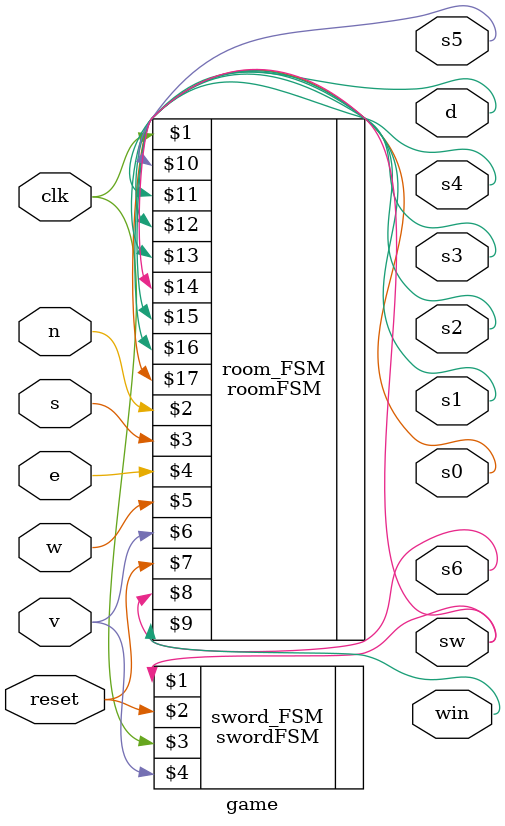
<source format=sv>
module game(
    input logic clk,
    input n,
    input s,
    input e,
    input w,
    input v,
    input reset,
    output logic s6,
    output logic win,
    output logic s5,
    output logic d,
    output logic s4,
    output logic s3,
    output logic sw,
    output logic s2,
    output logic s1,
    output logic s0
);

    roomFSM room_FSM(clk, n, s, e, w, v, reset, s6,win, s5, d, s4, s3, sw, s2, s1, s0);

    swordFSM sword_FSM(sw, reset, clk, v);

    endmodule
</source>
